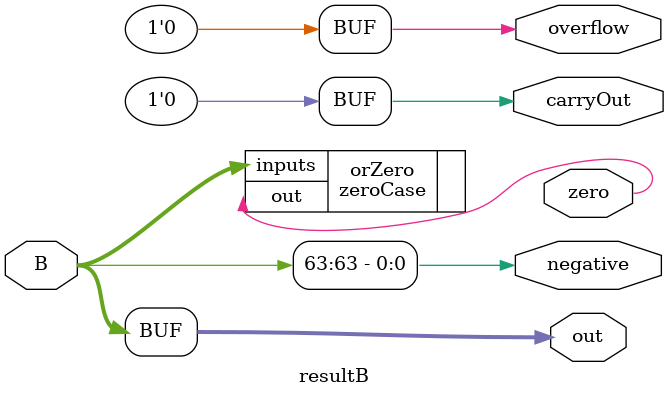
<source format=sv>
module resultB (B, out, zero, overflow, carryOut, negative);
	input logic [63:0] B;
	output logic [63:0] out;
	output logic zero, overflow, carryOut, negative;
	
	assign overflow = 0;
	assign carryOut = 0;
	
	//sets all out bits = B bits
	generate
		for (genvar x = 0; x < 64; x++) begin
			assign out[x] = B[x];
		end
	endgenerate
	
	assign negative = B[63];
	
	zeroCase orZero (.out(zero), .inputs(out));
endmodule

</source>
